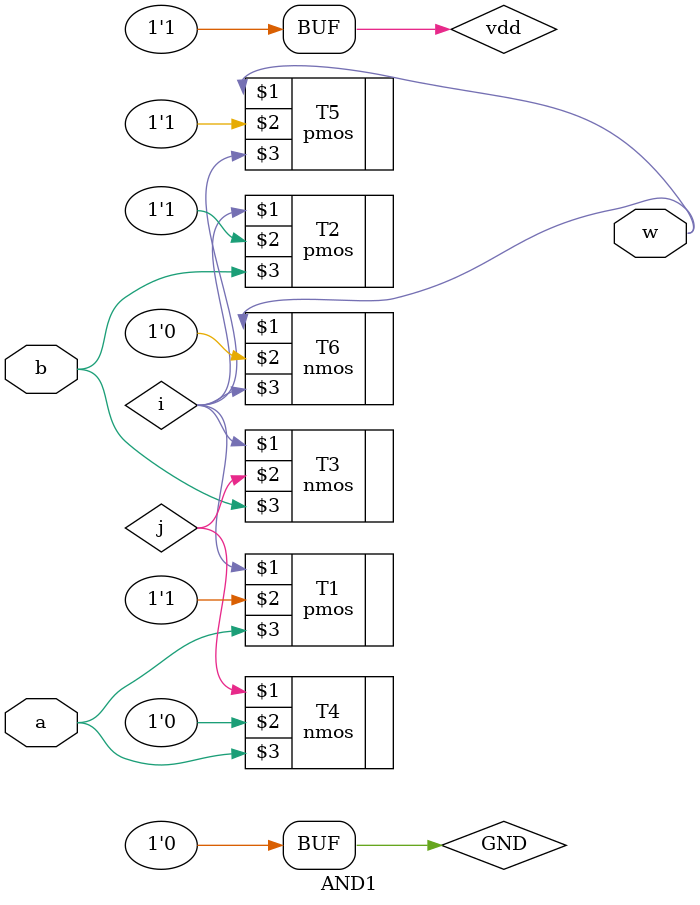
<source format=v>
`timescale 1ns/1ns
module AND1(input a,b,output w);
  supply1 vdd;
  supply0 GND;
  wire i,j ;
  pmos #(5,6,7) T1(i,vdd,a);
  pmos #(5,6,7) T2(i,vdd,b);
  nmos #(3,4,5) T3(i,j,b);
  nmos #(3,4,5) T4(j,GND,a);
  pmos #(5,6,7) T5(w,vdd,i);
  nmos #(3,4,5) T6(w,GND,i);
endmodule

</source>
